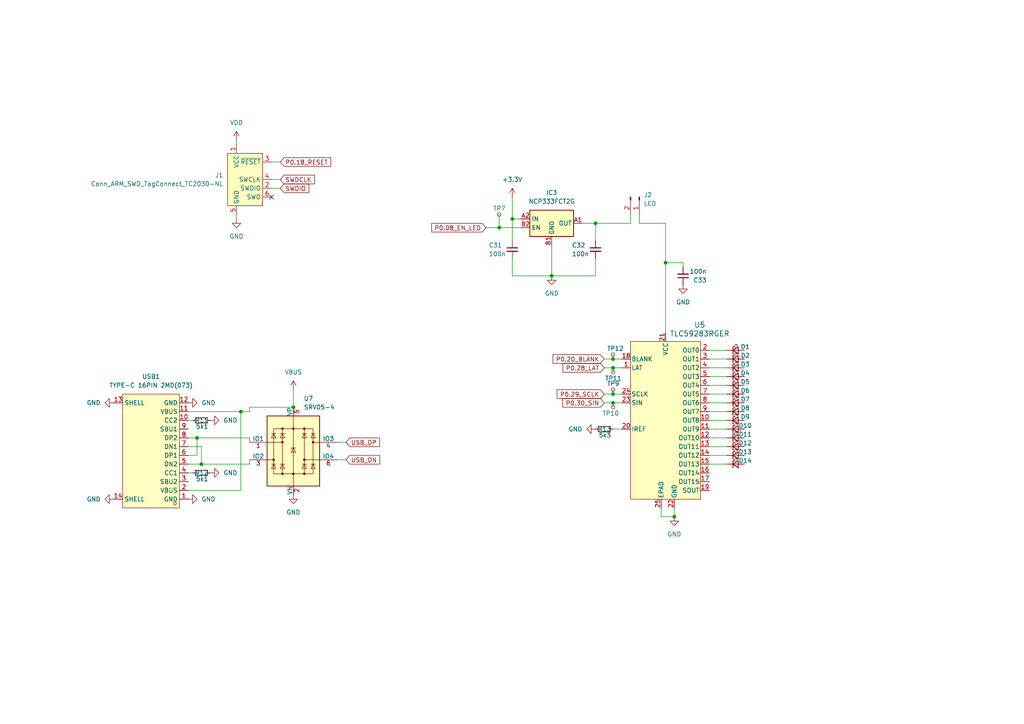
<source format=kicad_sch>
(kicad_sch (version 20231120) (generator "eeschema") (generator_version "8.0")
  (paper "A4")
  (lib_symbols
    (symbol "Connector:Conn_01x02_Pin" (pin_names (offset 1.016) hide)
      (property "Reference" "J" (at 0 2.54 0))
      (property "Value" "Conn_01x02_Pin" (at 0 -5.08 0))
      (symbol "Conn_01x02_Pin_1_1"
        (polyline (pts (xy 1.27 -2.54) (xy 0.8636 -2.54)) (stroke (width 0.1524)))
        (polyline (pts (xy 1.27 0) (xy 0.8636 0)) (stroke (width 0.1524)))
        (rectangle (start 0.8636 -2.413) (end 0 -2.667) (stroke (width 0.1524)) (fill (type outline)))
        (rectangle (start 0.8636 0.127) (end 0 -0.127) (stroke (width 0.1524)) (fill (type outline)))
        (pin passive line (at 5.08 0 180) (length 3.81) (name "Pin_1") (number "1"))
        (pin passive line (at 5.08 -2.54 180) (length 3.81) (name "Pin_2") (number "2"))
      )
    )
    (symbol "Connector:Conn_ARM_SWD_TagConnect_TC2030-NL" (in_bom no)
      (property "Reference" "J" (at 2.54 11.43 0))
      (property "Value" "Conn_ARM_SWD_TagConnect_TC2030-NL" (at 2.54 8.89 0))
      (symbol "Conn_ARM_SWD_TagConnect_TC2030-NL_0_0"
        (pin power_in line (at -2.54 10.16 270) (length 2.54) (name "VCC") (number "1"))
        (pin bidirectional line (at 7.62 -2.54 180) (length 2.54) (name "SWDIO") (number "2"))
        (pin open_collector line (at 7.62 5.08 180) (length 2.54) (name "~{RESET}") (number "3"))
        (pin output line (at 7.62 0 180) (length 2.54) (name "SWCLK") (number "4"))
        (pin power_in line (at -2.54 -10.16 90) (length 2.54) (name "GND") (number "5"))
        (pin input line (at 7.62 -5.08 180) (length 2.54) (name "SWO") (number "6"))
      )
      (symbol "Conn_ARM_SWD_TagConnect_TC2030-NL_0_1"
        (rectangle (start -5.08 7.62) (end 5.08 -7.62) (fill (type background)))
      )
    )
    (symbol "Connector:TestPoint_Small" (pin_numbers hide) (pin_names (offset 0.762) hide)
      (property "Reference" "TP" (at 0 3.81 0))
      (property "Value" "TestPoint_Small" (at 0 2.032 0))
      (symbol "TestPoint_Small_0_1"
        (circle (center 0 0) (radius 0.508))
      )
      (symbol "TestPoint_Small_1_1"
        (pin passive line (at 0 0 90) (length 0) (name "1") (number "1"))
      )
    )
    (symbol "Device:C_Small" (pin_numbers hide) (pin_names (offset 0.254) hide)
      (property "Reference" "C" (at 0.254 1.778 0))
      (property "Value" "C_Small" (at 0.254 -2.032 0))
      (symbol "C_Small_0_1"
        (polyline (pts (xy -1.524 -0.508) (xy 1.524 -0.508)) (stroke (width 0.3302)))
        (polyline (pts (xy -1.524 0.508) (xy 1.524 0.508)) (stroke (width 0.3048)))
      )
      (symbol "C_Small_1_1"
        (pin passive line (at 0 2.54 270) (length 2.032) (name "~") (number "1"))
        (pin passive line (at 0 -2.54 90) (length 2.032) (name "~") (number "2"))
      )
    )
    (symbol "Device:LED_Small" (pin_numbers hide) (pin_names (offset 0.254) hide)
      (property "Reference" "D" (at -1.27 3.175 0))
      (property "Value" "LED_Small" (at -4.445 -2.54 0))
      (symbol "LED_Small_0_1"
        (polyline (pts (xy -0.762 -1.016) (xy -0.762 1.016)) (stroke (width 0.254)))
        (polyline (pts (xy 1.016 0) (xy -0.762 0)))
        (polyline (pts (xy 0.762 -1.016) (xy -0.762 0) (xy 0.762 1.016) (xy 0.762 -1.016)) (stroke (width 0.254)))
        (polyline (pts (xy 0 0.762) (xy -0.508 1.27) (xy -0.254 1.27) (xy -0.508 1.27) (xy -0.508 1.016)))
        (polyline (pts (xy 0.508 1.27) (xy 0 1.778) (xy 0.254 1.778) (xy 0 1.778) (xy 0 1.524)))
      )
      (symbol "LED_Small_1_1"
        (pin passive line (at -2.54 0 0) (length 1.778) (name "K") (number "1"))
        (pin passive line (at 2.54 0 180) (length 1.778) (name "A") (number "2"))
      )
    )
    (symbol "Device:R_Small" (pin_numbers hide) (pin_names (offset 0.254) hide)
      (property "Reference" "R" (at 0.762 0.508 0))
      (property "Value" "R_Small" (at 0.762 -1.016 0))
      (symbol "R_Small_0_1"
        (rectangle (start -0.762 1.778) (end 0.762 -1.778) (stroke (width 0.2032)))
      )
      (symbol "R_Small_1_1"
        (pin passive line (at 0 2.54 270) (length 0.762) (name "~") (number "1"))
        (pin passive line (at 0 -2.54 90) (length 0.762) (name "~") (number "2"))
      )
    )
    (symbol "NCP333FCT2G:NCP333FCT2G"
      (property "Reference" "IC" (at -5.08 8.89 0))
      (property "Value" "NCP333FCT2G" (at -5.08 6.35 0))
      (symbol "NCP333FCT2G_1_1"
        (rectangle (start -6.35 3.81) (end 6.35 -3.81) (stroke (width 0.254)) (fill (type background)))
        (pin power_out line (at 8.89 0 180) (length 2.54) (name "OUT") (number "A1"))
        (pin power_in line (at -8.89 1.27 0) (length 2.54) (name "IN") (number "A2"))
        (pin power_in line (at 0 -6.35 90) (length 2.54) (name "GND") (number "B1"))
        (pin input line (at -8.89 -1.27 0) (length 2.54) (name "EN") (number "B2"))
      )
    )
    (symbol "Power_Protection:SRV05-4" (pin_names (offset 0))
      (property "Reference" "U" (at -5.08 11.43 0))
      (property "Value" "SRV05-4" (at 2.54 11.43 0))
      (symbol "SRV05-4_0_0"
        (rectangle (start -5.715 6.477) (end 5.715 -6.604))
        (polyline (pts (xy -3.175 -6.604) (xy -3.175 6.477)))
        (polyline (pts (xy 3.175 6.477) (xy 3.175 -6.604)))
      )
      (symbol "SRV05-4_0_1"
        (rectangle (start -7.62 10.16) (end 7.62 -10.16) (stroke (width 0.254)) (fill (type background)))
        (circle (center -5.715 -2.54) (radius 0.2794) (fill (type outline)))
        (circle (center -3.175 -6.604) (radius 0.2794) (fill (type outline)))
        (circle (center -3.175 2.54) (radius 0.2794) (fill (type outline)))
        (circle (center -3.175 6.477) (radius 0.2794) (fill (type outline)))
        (circle (center 0 -6.604) (radius 0.2794) (fill (type outline)))
        (polyline (pts (xy -7.747 2.54) (xy -3.175 2.54)))
        (polyline (pts (xy -7.62 -2.54) (xy -5.715 -2.54)))
        (polyline (pts (xy -5.08 -3.81) (xy -6.35 -3.81)))
        (polyline (pts (xy -5.08 5.08) (xy -6.35 5.08)))
        (polyline (pts (xy -2.54 -3.81) (xy -3.81 -3.81)))
        (polyline (pts (xy -2.54 5.08) (xy -3.81 5.08)))
        (polyline (pts (xy 0 10.16) (xy 0 -10.16)))
        (polyline (pts (xy 3.81 -3.81) (xy 2.54 -3.81)))
        (polyline (pts (xy 3.81 5.08) (xy 2.54 5.08)))
        (polyline (pts (xy 6.35 -3.81) (xy 5.08 -3.81)))
        (polyline (pts (xy 6.35 5.08) (xy 5.08 5.08)))
        (polyline (pts (xy 7.62 -2.54) (xy 3.175 -2.54)))
        (polyline (pts (xy 7.62 2.54) (xy 5.715 2.54)))
        (polyline (pts (xy 0.635 0.889) (xy -0.635 0.889) (xy -0.635 0.635)))
        (polyline (pts (xy -5.08 -5.08) (xy -6.35 -5.08) (xy -5.715 -3.81) (xy -5.08 -5.08)))
        (polyline (pts (xy -5.08 3.81) (xy -6.35 3.81) (xy -5.715 5.08) (xy -5.08 3.81)))
        (polyline (pts (xy -2.54 -5.08) (xy -3.81 -5.08) (xy -3.175 -3.81) (xy -2.54 -5.08)))
        (polyline (pts (xy -2.54 3.81) (xy -3.81 3.81) (xy -3.175 5.08) (xy -2.54 3.81)))
        (polyline (pts (xy 0.635 -0.381) (xy -0.635 -0.381) (xy 0 0.889) (xy 0.635 -0.381)))
        (polyline (pts (xy 3.81 -5.08) (xy 2.54 -5.08) (xy 3.175 -3.81) (xy 3.81 -5.08)))
        (polyline (pts (xy 3.81 3.81) (xy 2.54 3.81) (xy 3.175 5.08) (xy 3.81 3.81)))
        (polyline (pts (xy 6.35 -5.08) (xy 5.08 -5.08) (xy 5.715 -3.81) (xy 6.35 -5.08)))
        (polyline (pts (xy 6.35 3.81) (xy 5.08 3.81) (xy 5.715 5.08) (xy 6.35 3.81)))
        (circle (center 0 6.477) (radius 0.2794) (fill (type outline)))
        (circle (center 3.175 -6.604) (radius 0.2794) (fill (type outline)))
        (circle (center 3.175 -2.54) (radius 0.2794) (fill (type outline)))
        (circle (center 3.175 6.477) (radius 0.2794) (fill (type outline)))
        (circle (center 5.715 2.54) (radius 0.2794) (fill (type outline)))
      )
      (symbol "SRV05-4_1_1"
        (pin passive line (at -12.7 2.54 0) (length 5.08) (name "IO1") (number "1"))
        (pin passive line (at 0 -12.7 90) (length 2.54) (name "VN") (number "2"))
        (pin passive line (at -12.7 -2.54 0) (length 5.08) (name "IO2") (number "3"))
        (pin passive line (at 12.7 2.54 180) (length 5.08) (name "IO3") (number "4"))
        (pin passive line (at 0 12.7 270) (length 2.54) (name "VP") (number "5"))
        (pin passive line (at 12.7 -2.54 180) (length 5.08) (name "IO4") (number "6"))
      )
    )
    (symbol "TLC59283:TLC59283RGER" (pin_names (offset 0.254))
      (property "Reference" "U5" (at 9.906 27.686 0))
      (property "Value" "TLC59283RGER" (at 9.906 25.146 0))
      (symbol "TLC59283RGER_1_1"
        (rectangle (start -10.16 22.86) (end 10.16 -22.86) (fill (type background)))
        (pin input line (at -12.7 15.24 0) (length 2.54) (name "LAT") (number "1"))
        (pin output line (at 12.7 0 180) (length 2.54) (name "OUT8") (number "10"))
        (pin output line (at 12.7 -2.54 180) (length 2.54) (name "OUT9") (number "11"))
        (pin output line (at 12.7 -5.08 180) (length 2.54) (name "OUT10") (number "12"))
        (pin output line (at 12.7 -7.62 180) (length 2.54) (name "OUT11") (number "13"))
        (pin output line (at 12.7 -10.16 180) (length 2.54) (name "OUT12") (number "14"))
        (pin output line (at 12.7 -12.7 180) (length 2.54) (name "OUT13") (number "15"))
        (pin output line (at 12.7 -15.24 180) (length 2.54) (name "OUT14") (number "16"))
        (pin output line (at 12.7 -17.78 180) (length 2.54) (name "OUT15") (number "17"))
        (pin input line (at -12.7 17.78 0) (length 2.54) (name "BLANK") (number "18"))
        (pin output line (at 12.7 -20.32 180) (length 2.54) (name "SOUT") (number "19"))
        (pin output line (at 12.7 20.32 180) (length 2.54) (name "OUT0") (number "2"))
        (pin bidirectional line (at -12.7 -2.54 0) (length 2.54) (name "IREF") (number "20"))
        (pin power_in line (at 0 25.4 270) (length 2.54) (name "VCC") (number "21"))
        (pin power_in line (at 2.54 -25.4 90) (length 2.54) (name "GND") (number "22"))
        (pin input line (at -12.7 5.08 0) (length 2.54) (name "SIN") (number "23"))
        (pin input line (at -12.7 7.62 0) (length 2.54) (name "SCLK") (number "24"))
        (pin unspecified line (at -1.27 -25.4 90) (length 2.54) (name "EPAD") (number "25"))
        (pin output line (at 12.7 17.78 180) (length 2.54) (name "OUT1") (number "3"))
        (pin output line (at 12.7 15.24 180) (length 2.54) (name "OUT2") (number "4"))
        (pin output line (at 12.7 12.7 180) (length 2.54) (name "OUT3") (number "5"))
        (pin output line (at 12.7 10.16 180) (length 2.54) (name "OUT4") (number "6"))
        (pin output line (at 12.7 7.62 180) (length 2.54) (name "OUT5") (number "7"))
        (pin output line (at 12.7 5.08 180) (length 2.54) (name "OUT6") (number "8"))
        (pin output line (at 12.7 2.54 180) (length 2.54) (name "OUT7") (number "9"))
      )
    )
    (symbol "easyeda2kicad:TYPE-C16PIN2MD(073)"
      (property "Reference" "USB" (at 0 19.05 0))
      (property "Value" "TYPE-C 16PIN 2MD(073)" (at 0 -19.05 0))
      (symbol "TYPE-C16PIN2MD(073)_0_1"
        (rectangle (start -8.89 16.51) (end 7.62 -16.51) (fill (type background)))
        (circle (center -7.62 15.24) (radius 0.38))
        (pin unspecified line (at -11.43 13.97 0) (length 2.54) (name "GND") (number "1"))
        (pin unspecified line (at -11.43 -8.89 0) (length 2.54) (name "CC2") (number "10"))
        (pin unspecified line (at -11.43 -11.43 0) (length 2.54) (name "VBUS") (number "11"))
        (pin unspecified line (at -11.43 -13.97 0) (length 2.54) (name "GND") (number "12"))
        (pin unspecified line (at 10.16 -13.97 180) (length 2.54) (name "SHELL") (number "13"))
        (pin unspecified line (at 10.16 13.97 180) (length 2.54) (name "SHELL") (number "14"))
        (pin unspecified line (at -11.43 11.43 0) (length 2.54) (name "VBUS") (number "2"))
        (pin unspecified line (at -11.43 8.89 0) (length 2.54) (name "SBU2") (number "3"))
        (pin unspecified line (at -11.43 6.35 0) (length 2.54) (name "CC1") (number "4"))
        (pin unspecified line (at -11.43 3.81 0) (length 2.54) (name "DN2") (number "5"))
        (pin unspecified line (at -11.43 1.27 0) (length 2.54) (name "DP1") (number "6"))
        (pin unspecified line (at -11.43 -1.27 0) (length 2.54) (name "DN1") (number "7"))
        (pin unspecified line (at -11.43 -3.81 0) (length 2.54) (name "DP2") (number "8"))
        (pin unspecified line (at -11.43 -6.35 0) (length 2.54) (name "SBU1") (number "9"))
      )
    )
    (symbol "power:+3.3V" (power) (pin_numbers hide) (pin_names (offset 0) hide)
      (property "Value" "+3.3V" (at 0 3.556 0))
      (symbol "+3.3V_0_1"
        (polyline (pts (xy -0.762 1.27) (xy 0 2.54)))
        (polyline (pts (xy 0 0) (xy 0 2.54)))
        (polyline (pts (xy 0 2.54) (xy 0.762 1.27)))
      )
      (symbol "+3.3V_1_1"
        (pin power_in line (at 0 0 90) (length 0) (name "~") (number "1"))
      )
    )
    (symbol "power:GND" (power) (pin_numbers hide) (pin_names (offset 0) hide)
      (property "Value" "GND" (at 0 -3.81 0))
      (symbol "GND_0_1"
        (polyline (pts (xy 0 0) (xy 0 -1.27) (xy 1.27 -1.27) (xy 0 -2.54) (xy -1.27 -1.27) (xy 0 -1.27)))
      )
      (symbol "GND_1_1"
        (pin power_in line (at 0 0 270) (length 0) (name "~") (number "1"))
      )
    )
    (symbol "power:VBUS" (power) (pin_numbers hide) (pin_names (offset 0) hide)
      (property "Value" "VBUS" (at 0 3.556 0))
      (symbol "VBUS_0_1"
        (polyline (pts (xy -0.762 1.27) (xy 0 2.54)))
        (polyline (pts (xy 0 0) (xy 0 2.54)))
        (polyline (pts (xy 0 2.54) (xy 0.762 1.27)))
      )
      (symbol "VBUS_1_1"
        (pin power_in line (at 0 0 90) (length 0) (name "~") (number "1"))
      )
    )
    (symbol "power:VDD" (power) (pin_numbers hide) (pin_names (offset 0) hide)
      (property "Value" "VDD" (at 0 3.556 0))
      (symbol "VDD_0_1"
        (polyline (pts (xy -0.762 1.27) (xy 0 2.54)))
        (polyline (pts (xy 0 0) (xy 0 2.54)))
        (polyline (pts (xy 0 2.54) (xy 0.762 1.27)))
      )
      (symbol "VDD_1_1"
        (pin power_in line (at 0 0 90) (length 0) (name "~") (number "1"))
      )
    )
  )
  (junction (at 177.8 104.14))
  (junction (at 177.8 106.68))
  (junction (at 177.8 114.3))
  (junction (at 85.09 118.11))
  (junction (at 193.04 76.2))
  (junction (at 58.42 134.62))
  (junction (at 148.59 63.5))
  (junction (at 172.72 64.77))
  (junction (at 144.78 66.04))
  (junction (at 177.8 116.84))
  (junction (at 57.15 127))
  (junction (at 160.02 80.01))
  (junction (at 69.85 119.38))
  (junction (at 195.58 149.86))
  (no_connect (at 78.74 57.15))
  (wire (pts (xy 175.26 116.84) (xy 177.8 116.84)))
  (wire (pts (xy 205.74 132.08) (xy 210.82 132.08)))
  (wire (pts (xy 68.58 62.23) (xy 68.58 63.5)))
  (wire (pts (xy 72.39 118.11) (xy 85.09 118.11)))
  (wire (pts (xy 205.74 116.84) (xy 210.82 116.84)))
  (wire (pts (xy 58.42 134.62) (xy 72.39 134.62)))
  (wire (pts (xy 193.04 76.2) (xy 193.04 64.77)))
  (wire (pts (xy 78.74 46.99) (xy 81.28 46.99)))
  (wire (pts (xy 72.39 134.62) (xy 72.39 133.35)))
  (wire (pts (xy 144.78 62.23) (xy 144.78 66.04)))
  (wire (pts (xy 177.8 124.46) (xy 180.34 124.46)))
  (wire (pts (xy 177.8 113.03) (xy 177.8 114.3)))
  (wire (pts (xy 205.74 129.54) (xy 210.82 129.54)))
  (wire (pts (xy 148.59 74.93) (xy 148.59 80.01)))
  (wire (pts (xy 72.39 127) (xy 72.39 128.27)))
  (wire (pts (xy 205.74 109.22) (xy 210.82 109.22)))
  (wire (pts (xy 205.74 114.3) (xy 210.82 114.3)))
  (wire (pts (xy 148.59 63.5) (xy 148.59 69.85)))
  (wire (pts (xy 85.09 113.03) (xy 85.09 118.11)))
  (wire (pts (xy 140.97 66.04) (xy 144.78 66.04)))
  (wire (pts (xy 57.15 132.08) (xy 57.15 127)))
  (wire (pts (xy 198.12 77.47) (xy 198.12 76.2)))
  (wire (pts (xy 78.74 54.61) (xy 81.28 54.61)))
  (wire (pts (xy 177.8 106.68) (xy 177.8 107.95)))
  (wire (pts (xy 175.26 114.3) (xy 177.8 114.3)))
  (wire (pts (xy 205.74 104.14) (xy 210.82 104.14)))
  (wire (pts (xy 193.04 96.52) (xy 193.04 76.2)))
  (wire (pts (xy 69.85 119.38) (xy 72.39 119.38)))
  (wire (pts (xy 175.26 104.14) (xy 177.8 104.14)))
  (wire (pts (xy 151.13 63.5) (xy 148.59 63.5)))
  (wire (pts (xy 205.74 121.92) (xy 210.82 121.92)))
  (wire (pts (xy 54.61 132.08) (xy 57.15 132.08)))
  (wire (pts (xy 177.8 114.3) (xy 180.34 114.3)))
  (wire (pts (xy 205.74 119.38) (xy 210.82 119.38)))
  (wire (pts (xy 177.8 104.14) (xy 180.34 104.14)))
  (wire (pts (xy 177.8 106.68) (xy 180.34 106.68)))
  (wire (pts (xy 172.72 64.77) (xy 172.72 69.85)))
  (wire (pts (xy 205.74 124.46) (xy 210.82 124.46)))
  (wire (pts (xy 78.74 52.07) (xy 81.28 52.07)))
  (wire (pts (xy 205.74 134.62) (xy 210.82 134.62)))
  (wire (pts (xy 195.58 147.32) (xy 195.58 149.86)))
  (wire (pts (xy 172.72 74.93) (xy 172.72 80.01)))
  (wire (pts (xy 177.8 116.84) (xy 180.34 116.84)))
  (wire (pts (xy 205.74 106.68) (xy 210.82 106.68)))
  (wire (pts (xy 205.74 101.6) (xy 210.82 101.6)))
  (wire (pts (xy 191.77 149.86) (xy 195.58 149.86)))
  (wire (pts (xy 54.61 142.24) (xy 69.85 142.24)))
  (wire (pts (xy 148.59 80.01) (xy 160.02 80.01)))
  (wire (pts (xy 54.61 137.16) (xy 55.88 137.16)))
  (wire (pts (xy 144.78 66.04) (xy 151.13 66.04)))
  (wire (pts (xy 58.42 129.54) (xy 58.42 134.62)))
  (wire (pts (xy 54.61 134.62) (xy 58.42 134.62)))
  (wire (pts (xy 168.91 64.77) (xy 172.72 64.77)))
  (wire (pts (xy 175.26 106.68) (xy 177.8 106.68)))
  (wire (pts (xy 148.59 57.15) (xy 148.59 63.5)))
  (wire (pts (xy 69.85 142.24) (xy 69.85 119.38)))
  (wire (pts (xy 54.61 129.54) (xy 58.42 129.54)))
  (wire (pts (xy 54.61 119.38) (xy 69.85 119.38)))
  (wire (pts (xy 198.12 76.2) (xy 193.04 76.2)))
  (wire (pts (xy 54.61 127) (xy 57.15 127)))
  (wire (pts (xy 185.42 64.77) (xy 193.04 64.77)))
  (wire (pts (xy 57.15 127) (xy 72.39 127)))
  (wire (pts (xy 97.79 133.35) (xy 100.33 133.35)))
  (wire (pts (xy 177.8 116.84) (xy 177.8 118.11)))
  (wire (pts (xy 205.74 111.76) (xy 210.82 111.76)))
  (wire (pts (xy 182.88 64.77) (xy 172.72 64.77)))
  (wire (pts (xy 185.42 62.23) (xy 185.42 64.77)))
  (wire (pts (xy 177.8 102.87) (xy 177.8 104.14)))
  (wire (pts (xy 54.61 121.92) (xy 55.88 121.92)))
  (wire (pts (xy 97.79 128.27) (xy 100.33 128.27)))
  (wire (pts (xy 68.58 40.64) (xy 68.58 41.91)))
  (wire (pts (xy 205.74 127) (xy 210.82 127)))
  (wire (pts (xy 191.77 147.32) (xy 191.77 149.86)))
  (wire (pts (xy 172.72 80.01) (xy 160.02 80.01)))
  (wire (pts (xy 160.02 71.12) (xy 160.02 80.01)))
  (wire (pts (xy 182.88 62.23) (xy 182.88 64.77)))
  (wire (pts (xy 72.39 119.38) (xy 72.39 118.11)))
  (global_label "P0.18_RESET" (shape input) (at 81.28 46.99 0) (property "Intersheetrefs" "${INTERSHEET_REFS}" (effects (hide yes))))
  (global_label "SWDCLK" (shape input) (at 81.28 52.07 0) (property "Intersheetrefs" "${INTERSHEET_REFS}" (effects (hide yes))))
  (global_label "USB_DP" (shape input) (at 100.33 128.27 0) (property "Intersheetrefs" "${INTERSHEET_REFS}" (effects (hide yes))))
  (global_label "P0.28_LAT" (shape input) (at 175.26 106.68 180) (property "Intersheetrefs" "${INTERSHEET_REFS}" (effects (hide yes))))
  (global_label "P0.29_SCLK" (shape input) (at 175.26 114.3 180) (property "Intersheetrefs" "${INTERSHEET_REFS}" (effects (hide yes))))
  (global_label "SWDIO" (shape input) (at 81.28 54.61 0) (property "Intersheetrefs" "${INTERSHEET_REFS}" (effects (hide yes))))
  (global_label "USB_DN" (shape input) (at 100.33 133.35 0) (property "Intersheetrefs" "${INTERSHEET_REFS}" (effects (hide yes))))
  (global_label "P0.20_BLANK" (shape input) (at 175.26 104.14 180) (property "Intersheetrefs" "${INTERSHEET_REFS}" (effects (hide yes))))
  (global_label "P0.30_SIN" (shape input) (at 175.26 116.84 180) (property "Intersheetrefs" "${INTERSHEET_REFS}" (effects (hide yes))))
  (global_label "P0.08_EN_LED" (shape input) (at 140.97 66.04 180) (property "Intersheetrefs" "${INTERSHEET_REFS}" (effects (hide yes))))
  (symbol (lib_id "power:GND") (at 172.72 124.46 270) (unit 1)
    (property "Reference" "#PWR065" (effects (hide yes)))
    (property "Value" "GND" (at 168.91 124.4599 90) (effects (justify right)))
    (property "Description" "Power symbol creates a global label with name \"GND\" , ground" (effects (hide yes)))
  )
  (symbol (lib_id "power:GND") (at 60.96 121.92 90) (unit 1)
    (property "Reference" "#PWR063" (effects (hide yes)))
    (property "Value" "GND" (at 64.77 121.9199 90) (effects (justify right)))
    (property "Description" "Power symbol creates a global label with name \"GND\" , ground" (effects (hide yes)))
  )
  (symbol (lib_id "Device:C_Small") (at 198.12 80.01 180) (unit 1)
    (property "Reference" "C33" (at 204.978 81.28 0) (effects (justify left)))
    (property "Value" "100n" (at 204.978 78.74 0) (effects (justify left)))
    (property "Footprint" "Capacitor_SMD:C_0402_1005Metric" (effects (hide yes)))
    (property "Description" "Unpolarized capacitor, small symbol" (effects (hide yes)))
  )
  (symbol (lib_id "Connector:TestPoint_Small") (at 177.8 102.87 0) (unit 1)
    (property "Reference" "TP12" (at 176.022 101.092 0) (effects (justify left)))
    (property "Value" "TestPoint_Small" (effects (hide yes)))
    (property "Footprint" "TestPoint:TestPoint_Pad_D1.0mm" (effects (hide yes)))
    (property "Description" "test point" (effects (hide yes)))
  )
  (symbol (lib_id "Device:LED_Small") (at 213.36 116.84 0) (unit 1)
    (property "Reference" "D7" (at 216.154 115.824 0))
    (property "Value" "LED_Small" (effects (hide yes)))
    (property "Footprint" "LED_SMD:LED_0805_2012Metric" (effects (hide yes)))
    (property "Description" "Light emitting diode, small symbol" (effects (hide yes)))
  )
  (symbol (lib_id "Device:LED_Small") (at 213.36 119.38 0) (unit 1)
    (property "Reference" "D8" (at 216.154 118.364 0))
    (property "Value" "LED_Small" (effects (hide yes)))
    (property "Footprint" "LED_SMD:LED_0805_2012Metric" (effects (hide yes)))
    (property "Description" "Light emitting diode, small symbol" (effects (hide yes)))
  )
  (symbol (lib_id "power:+3.3V") (at 148.59 57.15 0) (unit 1)
    (property "Reference" "#PWR052" (effects (hide yes)))
    (property "Value" "+3.3V" (at 148.59 52.07 0))
    (property "Description" "Power symbol creates a global label with name \"+3.3V\"" (effects (hide yes)))
  )
  (symbol (lib_id "power:GND") (at 198.12 82.55 0) (unit 1)
    (property "Reference" "#PWR066" (effects (hide yes)))
    (property "Value" "GND" (at 198.12 87.63 0))
    (property "Description" "Power symbol creates a global label with name \"GND\" , ground" (effects (hide yes)))
  )
  (symbol (lib_id "Connector:Conn_ARM_SWD_TagConnect_TC2030-NL") (at 71.12 52.07 0) (unit 1) (in_bom no)
    (property "Reference" "J1" (at 64.77 50.7999 0) (effects (justify right)))
    (property "Value" "Conn_ARM_SWD_TagConnect_TC2030-NL" (at 64.77 53.3399 0) (effects (justify right)))
    (property "Footprint" "Connector:Tag-Connect_TC2030-IDC-NL_2x03_P1.27mm_Vertical" (effects (hide yes)))
    (property "Datasheet" "https://www.tag-connect.com/wp-content/uploads/bsk-pdf-manager/TC2030-CTX_1.pdf" (effects (hide yes)))
    (property "Description" "Tag-Connect ARM Cortex SWD JTAG connector, 6 pin, no legs" (effects (hide yes)))
  )
  (symbol (lib_id "power:VDD") (at 68.58 40.64 0) (unit 1)
    (property "Reference" "#PWR03" (effects (hide yes)))
    (property "Value" "VDD" (at 68.58 35.56 0))
    (property "Description" "Power symbol creates a global label with name \"VDD\"" (effects (hide yes)))
  )
  (symbol (lib_id "power:GND") (at 60.96 137.16 90) (unit 1)
    (property "Reference" "#PWR064" (effects (hide yes)))
    (property "Value" "GND" (at 64.77 137.1599 90) (effects (justify right)))
    (property "Description" "Power symbol creates a global label with name \"GND\" , ground" (effects (hide yes)))
  )
  (symbol (lib_id "Device:C_Small") (at 172.72 72.39 0) (unit 1)
    (property "Reference" "C32" (at 165.862 71.12 0) (effects (justify left)))
    (property "Value" "100n" (at 165.862 73.66 0) (effects (justify left)))
    (property "Footprint" "Capacitor_SMD:C_0402_1005Metric" (effects (hide yes)))
    (property "Description" "Unpolarized capacitor, small symbol" (effects (hide yes)))
  )
  (symbol (lib_id "Device:LED_Small") (at 213.36 114.3 0) (unit 1)
    (property "Reference" "D6" (at 216.154 113.284 0))
    (property "Value" "LED_Small" (effects (hide yes)))
    (property "Footprint" "LED_SMD:LED_0805_2012Metric" (effects (hide yes)))
    (property "Description" "Light emitting diode, small symbol" (effects (hide yes)))
  )
  (symbol (lib_id "Device:LED_Small") (at 213.36 106.68 0) (unit 1)
    (property "Reference" "D3" (at 216.154 105.664 0))
    (property "Value" "LED_Small" (effects (hide yes)))
    (property "Footprint" "LED_SMD:LED_0805_2012Metric" (effects (hide yes)))
    (property "Description" "Light emitting diode, small symbol" (effects (hide yes)))
  )
  (symbol (lib_id "easyeda2kicad:TYPE-C16PIN2MD(073)") (at 43.18 130.81 180) (unit 1)
    (property "Reference" "USB1" (at 43.815 109.22 0))
    (property "Value" "TYPE-C 16PIN 2MD(073)" (at 43.815 111.76 0))
    (property "Footprint" "USB-C-SMD_TYPE-C-6PIN-2MD-073:USB-C-SMD_TYPE-C-6PIN-2MD-073" (effects (hide yes)))
    (property "LCSC Part" "C2765186" (effects (hide yes)))
  )
  (symbol (lib_id "Device:R_Small") (at 175.26 124.46 90) (unit 1)
    (property "Reference" "R13" (at 177.292 124.46 90) (effects (justify left)))
    (property "Value" "5k3" (at 177.292 126.238 90) (effects (justify left)))
    (property "Footprint" "Resistor_SMD:R_0402_1005Metric" (effects (hide yes)))
    (property "Description" "Resistor, small symbol" (effects (hide yes)))
  )
  (symbol (lib_id "Connector:TestPoint_Small") (at 144.78 62.23 0) (unit 1)
    (property "Reference" "TP7" (at 143.002 60.452 0) (effects (justify left)))
    (property "Value" "TestPoint_Small" (effects (hide yes)))
    (property "Footprint" "TestPoint:TestPoint_Pad_D1.0mm" (effects (hide yes)))
    (property "Description" "test point" (effects (hide yes)))
  )
  (symbol (lib_id "Device:LED_Small") (at 213.36 111.76 0) (unit 1)
    (property "Reference" "D5" (at 216.154 110.744 0))
    (property "Value" "LED_Small" (effects (hide yes)))
    (property "Footprint" "LED_SMD:LED_0805_2012Metric" (effects (hide yes)))
    (property "Description" "Light emitting diode, small symbol" (effects (hide yes)))
  )
  (symbol (lib_id "Power_Protection:SRV05-4") (at 85.09 130.81 0) (unit 1)
    (property "Reference" "U7" (at 88.1065 115.57 0) (effects (justify left)))
    (property "Value" "SRV05-4" (at 88.1065 118.11 0) (effects (justify left)))
    (property "Footprint" "Package_TO_SOT_SMD:SOT-23-6" (effects (hide yes)))
    (property "Datasheet" "http://www.onsemi.com/pub/Collateral/SRV05-4-D.PDF" (effects (hide yes)))
    (property "Description" "ESD Protection Diodes with Low Clamping Voltage, SOT-23-6" (effects (hide yes)))
  )
  (symbol (lib_id "Device:LED_Small") (at 213.36 101.6 0) (unit 1)
    (property "Reference" "D1" (at 216.154 100.584 0))
    (property "Value" "LED_Small" (effects (hide yes)))
    (property "Footprint" "LED_SMD:LED_0805_2012Metric" (effects (hide yes)))
    (property "Description" "Light emitting diode, small symbol" (effects (hide yes)))
  )
  (symbol (lib_id "Device:LED_Small") (at 213.36 104.14 0) (unit 1)
    (property "Reference" "D2" (at 216.154 103.124 0))
    (property "Value" "LED_Small" (effects (hide yes)))
    (property "Footprint" "LED_SMD:LED_0805_2012Metric" (effects (hide yes)))
    (property "Description" "Light emitting diode, small symbol" (effects (hide yes)))
  )
  (symbol (lib_id "TLC59283:TLC59283RGER") (at 193.04 121.92 0) (unit 1)
    (property "Reference" "U5" (at 202.946 94.234 0) (effects (font (size 1.524 1.524))))
    (property "Value" "TLC59283RGER" (at 202.946 96.774 0) (effects (font (size 1.524 1.524))))
    (property "Footprint" "RGE24_2P1X2P1_TEX" (effects (hide yes)))
    (property "Datasheet" "TLC59283RGER" (effects (hide yes)))
  )
  (symbol (lib_id "power:GND") (at 54.61 116.84 90) (unit 1)
    (property "Reference" "#PWR059" (effects (hide yes)))
    (property "Value" "GND" (at 58.42 116.8399 90) (effects (justify right)))
    (property "Description" "Power symbol creates a global label with name \"GND\" , ground" (effects (hide yes)))
  )
  (symbol (lib_id "Connector:TestPoint_Small") (at 177.8 107.95 180) (unit 1)
    (property "Reference" "TP11" (at 180.34 109.728 0) (effects (justify left)))
    (property "Value" "TestPoint_Small" (effects (hide yes)))
    (property "Footprint" "TestPoint:TestPoint_Pad_D1.0mm" (effects (hide yes)))
    (property "Description" "test point" (effects (hide yes)))
  )
  (symbol (lib_id "Connector:TestPoint_Small") (at 177.8 118.11 180) (unit 1)
    (property "Reference" "TP10" (at 179.578 119.888 0) (effects (justify left)))
    (property "Value" "TestPoint_Small" (effects (hide yes)))
    (property "Footprint" "TestPoint:TestPoint_Pad_D1.0mm" (effects (hide yes)))
    (property "Description" "test point" (effects (hide yes)))
  )
  (symbol (lib_id "Device:LED_Small") (at 213.36 109.22 0) (unit 1)
    (property "Reference" "D4" (at 216.154 108.204 0))
    (property "Value" "LED_Small" (effects (hide yes)))
    (property "Footprint" "LED_SMD:LED_0805_2012Metric" (effects (hide yes)))
    (property "Description" "Light emitting diode, small symbol" (effects (hide yes)))
  )
  (symbol (lib_id "power:VBUS") (at 85.09 113.03 0) (unit 1)
    (property "Reference" "#PWR02" (effects (hide yes)))
    (property "Value" "VBUS" (at 85.09 107.95 0))
    (property "Description" "Power symbol creates a global label with name \"VBUS\"" (effects (hide yes)))
  )
  (symbol (lib_id "Connector:TestPoint_Small") (at 177.8 113.03 0) (unit 1)
    (property "Reference" "TP9" (at 176.022 111.252 0) (effects (justify left)))
    (property "Value" "TestPoint_Small" (effects (hide yes)))
    (property "Footprint" "TestPoint:TestPoint_Pad_D1.0mm" (effects (hide yes)))
    (property "Description" "test point" (effects (hide yes)))
  )
  (symbol (lib_id "Device:LED_Small") (at 213.36 121.92 0) (unit 1)
    (property "Reference" "D9" (at 216.154 120.904 0))
    (property "Value" "LED_Small" (effects (hide yes)))
    (property "Footprint" "LED_SMD:LED_0805_2012Metric" (effects (hide yes)))
    (property "Description" "Light emitting diode, small symbol" (effects (hide yes)))
  )
  (symbol (lib_id "power:GND") (at 33.02 144.78 270) (unit 1)
    (property "Reference" "#PWR061" (effects (hide yes)))
    (property "Value" "GND" (at 29.21 144.7799 90) (effects (justify right)))
    (property "Description" "Power symbol creates a global label with name \"GND\" , ground" (effects (hide yes)))
  )
  (symbol (lib_id "Device:C_Small") (at 148.59 72.39 0) (unit 1)
    (property "Reference" "C31" (at 141.732 71.12 0) (effects (justify left)))
    (property "Value" "100n" (at 141.732 73.66 0) (effects (justify left)))
    (property "Footprint" "Capacitor_SMD:C_0402_1005Metric" (effects (hide yes)))
    (property "Description" "Unpolarized capacitor, small symbol" (effects (hide yes)))
  )
  (symbol (lib_id "power:GND") (at 33.02 116.84 270) (unit 1)
    (property "Reference" "#PWR062" (effects (hide yes)))
    (property "Value" "GND" (at 29.21 116.8399 90) (effects (justify right)))
    (property "Description" "Power symbol creates a global label with name \"GND\" , ground" (effects (hide yes)))
  )
  (symbol (lib_id "power:GND") (at 195.58 149.86 0) (unit 1)
    (property "Reference" "#PWR042" (effects (hide yes)))
    (property "Value" "GND" (at 195.58 154.94 0))
    (property "Description" "Power symbol creates a global label with name \"GND\" , ground" (effects (hide yes)))
  )
  (symbol (lib_id "Connector:Conn_01x02_Pin") (at 185.42 57.15 270) (unit 1)
    (property "Reference" "J2" (at 186.69 56.5149 90) (effects (justify left)))
    (property "Value" "LED" (at 186.69 59.0549 90) (effects (justify left)))
    (property "Footprint" "Connector_PinHeader_2.54mm:PinHeader_1x02_P2.54mm_Vertical" (effects (hide yes)))
    (property "Description" "Generic connector, single row, 01x02, script generated" (effects (hide yes)))
  )
  (symbol (lib_id "NCP333FCT2G:NCP333FCT2G") (at 160.02 64.77 0) (unit 1)
    (property "Reference" "IC3" (at 160.02 55.88 0))
    (property "Value" "NCP333FCT2G" (at 160.02 58.42 0))
    (property "Footprint" "BGA4C40P2X2_76X76X63" (effects (hide yes)))
    (property "Datasheet" "https://www.onsemi.com/pub/Collateral/NCP333-D.PDF" (effects (hide yes)))
    (property "Description" "ON Semiconductor NCP333FCT2G, Load Share Controller, 1.2  5.5V, 4-Pin, WLCSP" (effects (hide yes)))
    (property "Height" "0.63" (effects (hide yes)))
    (property "Manufacturer_Name" "onsemi" (effects (hide yes)))
    (property "Manufacturer_Part_Number" "NCP333FCT2G" (effects (hide yes)))
    (property "Mouser Part Number" "863-NCP333FCT2G" (effects (hide yes)))
    (property "Mouser Price/Stock" "https://www.mouser.co.uk/ProductDetail/onsemi/NCP333FCT2G?qs=72ObqG5T4UZkFQBngjp9Ww%3D%3D" (effects (hide yes)))
    (property "Arrow Part Number" "NCP333FCT2G" (effects (hide yes)))
    (property "Arrow Price/Stock" "https://www.arrow.com/en/products/ncp333fct2g/on-semiconductor?region=nac" (effects (hide yes)))
  )
  (symbol (lib_id "Device:LED_Small") (at 213.36 134.62 0) (unit 1)
    (property "Reference" "D14" (at 216.154 133.604 0))
    (property "Value" "LED_Small" (effects (hide yes)))
    (property "Footprint" "LED_SMD:LED_0805_2012Metric" (effects (hide yes)))
    (property "Description" "Light emitting diode, small symbol" (effects (hide yes)))
  )
  (symbol (lib_id "Device:R_Small") (at 58.42 121.92 90) (unit 1)
    (property "Reference" "R11" (at 60.452 121.92 90) (effects (justify left)))
    (property "Value" "5k1" (at 60.452 123.698 90) (effects (justify left)))
    (property "Footprint" "Resistor_SMD:R_0402_1005Metric" (effects (hide yes)))
    (property "Description" "Resistor, small symbol" (effects (hide yes)))
  )
  (symbol (lib_id "Device:R_Small") (at 58.42 137.16 90) (unit 1)
    (property "Reference" "R12" (at 60.452 137.16 90) (effects (justify left)))
    (property "Value" "5k1" (at 60.452 138.938 90) (effects (justify left)))
    (property "Footprint" "Resistor_SMD:R_0402_1005Metric" (effects (hide yes)))
    (property "Description" "Resistor, small symbol" (effects (hide yes)))
  )
  (symbol (lib_id "power:GND") (at 85.09 143.51 0) (unit 1)
    (property "Reference" "#PWR060" (effects (hide yes)))
    (property "Value" "GND" (at 85.09 148.59 0))
    (property "Description" "Power symbol creates a global label with name \"GND\" , ground" (effects (hide yes)))
  )
  (symbol (lib_id "Device:LED_Small") (at 213.36 129.54 0) (unit 1)
    (property "Reference" "D12" (at 216.154 128.524 0))
    (property "Value" "LED_Small" (effects (hide yes)))
    (property "Footprint" "LED_SMD:LED_0805_2012Metric" (effects (hide yes)))
    (property "Description" "Light emitting diode, small symbol" (effects (hide yes)))
  )
  (symbol (lib_id "power:GND") (at 54.61 144.78 90) (unit 1)
    (property "Reference" "#PWR058" (effects (hide yes)))
    (property "Value" "GND" (at 58.42 144.7799 90) (effects (justify right)))
    (property "Description" "Power symbol creates a global label with name \"GND\" , ground" (effects (hide yes)))
  )
  (symbol (lib_id "power:GND") (at 160.02 80.01 0) (unit 1)
    (property "Reference" "#PWR048" (effects (hide yes)))
    (property "Value" "GND" (at 160.02 85.09 0))
    (property "Description" "Power symbol creates a global label with name \"GND\" , ground" (effects (hide yes)))
  )
  (symbol (lib_id "Device:LED_Small") (at 213.36 127 0) (unit 1)
    (property "Reference" "D11" (at 216.154 125.984 0))
    (property "Value" "LED_Small" (effects (hide yes)))
    (property "Footprint" "LED_SMD:LED_0805_2012Metric" (effects (hide yes)))
    (property "Description" "Light emitting diode, small symbol" (effects (hide yes)))
  )
  (symbol (lib_id "Device:LED_Small") (at 213.36 124.46 0) (unit 1)
    (property "Reference" "D10" (at 216.154 123.444 0))
    (property "Value" "LED_Small" (effects (hide yes)))
    (property "Footprint" "LED_SMD:LED_0805_2012Metric" (effects (hide yes)))
    (property "Description" "Light emitting diode, small symbol" (effects (hide yes)))
  )
  (symbol (lib_id "Device:LED_Small") (at 213.36 132.08 0) (unit 1)
    (property "Reference" "D13" (at 216.154 131.064 0))
    (property "Value" "LED_Small" (effects (hide yes)))
    (property "Footprint" "LED_SMD:LED_0805_2012Metric" (effects (hide yes)))
    (property "Description" "Light emitting diode, small symbol" (effects (hide yes)))
  )
  (symbol (lib_id "power:GND") (at 68.58 63.5 0) (unit 1)
    (property "Reference" "#PWR033" (effects (hide yes)))
    (property "Value" "GND" (at 68.58 68.58 0))
    (property "Description" "Power symbol creates a global label with name \"GND\" , ground" (effects (hide yes)))
  )
)
</source>
